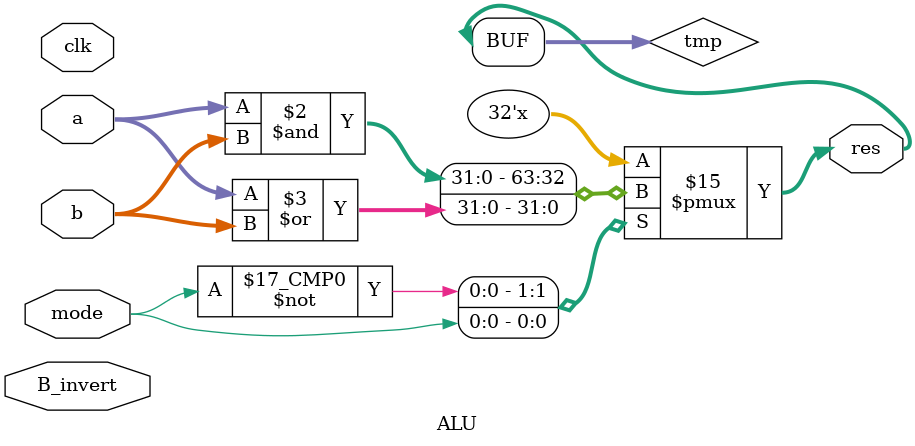
<source format=v>
module ALU(
input [31:0]a,
input [31:0]b,
input B_invert,
input mode,
input clk,
output reg [31:0]res,
);

reg [31:0]tmp;

always@(clk)
begin
	case(mode)
		0:begin
			tmp = a&b;
		end
		1:begin
			tmp = a|b;
		end
		2:begin
			if(B_invert==0)
				tmp = a+b;
			else
				tmp = a+(!b)+1;
		end
		3:begin
			tmp = a+(!b)+1;
		end
	endcase
end

always@(tmp)
begin
	case(mode)
		3:begin
			if (tmp[31]==0)
				res = 0;
			else
				res = 1;
		end
		default res = tmp;
	endcase
end

endmodule

</source>
